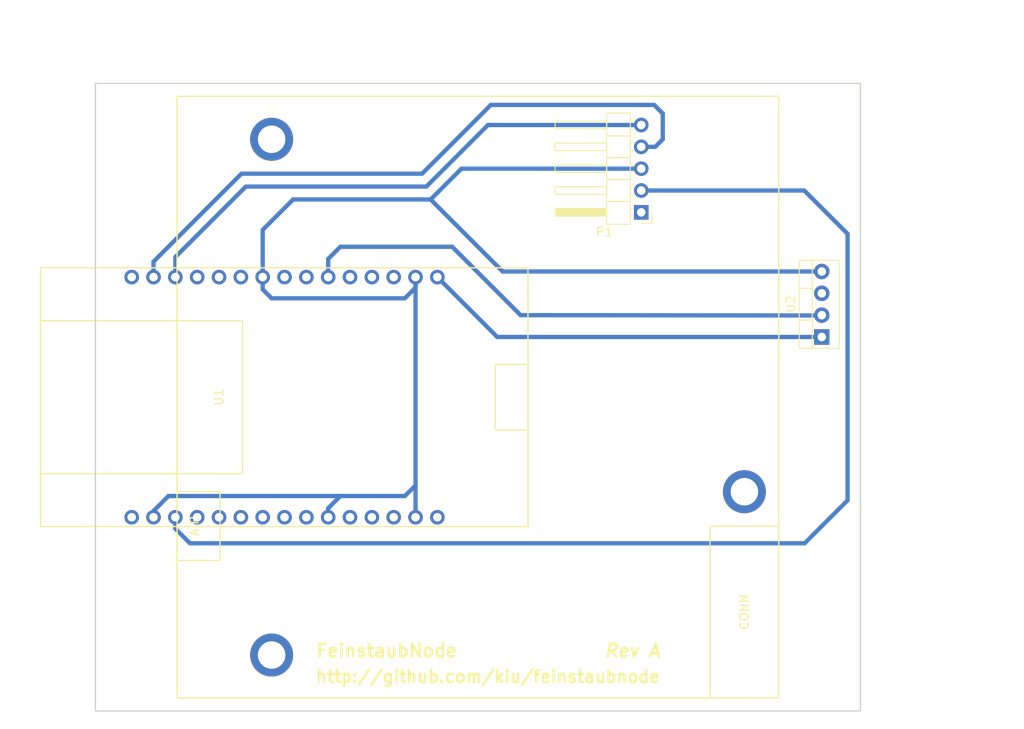
<source format=kicad_pcb>
(kicad_pcb (version 4) (host pcbnew 4.0.5)

  (general
    (links 11)
    (no_connects 0)
    (area 117.924999 46.424999 207.075001 119.575001)
    (thickness 1.6)
    (drawings 26)
    (tracks 49)
    (zones 0)
    (modules 8)
    (nets 7)
  )

  (page A4)
  (title_block
    (title FeinstaubNode)
    (date 2017-02-19)
    (rev A)
    (company kiu)
    (comment 1 http://github.com/kiu/feinstaubnode)
  )

  (layers
    (0 F.Cu signal)
    (31 B.Cu signal)
    (32 B.Adhes user)
    (33 F.Adhes user)
    (34 B.Paste user)
    (35 F.Paste user)
    (36 B.SilkS user)
    (37 F.SilkS user)
    (38 B.Mask user)
    (39 F.Mask user)
    (40 Dwgs.User user)
    (41 Cmts.User user)
    (42 Eco1.User user)
    (43 Eco2.User user)
    (44 Edge.Cuts user)
    (45 Margin user)
    (46 B.CrtYd user)
    (47 F.CrtYd user)
    (48 B.Fab user)
    (49 F.Fab user)
  )

  (setup
    (last_trace_width 0.5)
    (trace_clearance 0.4)
    (zone_clearance 0.508)
    (zone_45_only no)
    (trace_min 0.4)
    (segment_width 0.2)
    (edge_width 0.15)
    (via_size 0.6)
    (via_drill 0.4)
    (via_min_size 0.4)
    (via_min_drill 0.3)
    (uvia_size 0.3)
    (uvia_drill 0.1)
    (uvias_allowed no)
    (uvia_min_size 0.2)
    (uvia_min_drill 0.1)
    (pcb_text_width 0.3)
    (pcb_text_size 1.5 1.5)
    (mod_edge_width 0.15)
    (mod_text_size 1 1)
    (mod_text_width 0.15)
    (pad_size 5 5)
    (pad_drill 3.2)
    (pad_to_mask_clearance 0.2)
    (aux_axis_origin 162.5 83)
    (grid_origin 162.5 83)
    (visible_elements 7FFFFFFF)
    (pcbplotparams
      (layerselection 0x010f0_80000001)
      (usegerberextensions true)
      (excludeedgelayer true)
      (linewidth 0.200000)
      (plotframeref false)
      (viasonmask false)
      (mode 1)
      (useauxorigin false)
      (hpglpennumber 1)
      (hpglpenspeed 20)
      (hpglpendiameter 15)
      (hpglpenoverlay 2)
      (psnegative false)
      (psa4output false)
      (plotreference true)
      (plotvalue true)
      (plotinvisibletext false)
      (padsonsilk false)
      (subtractmaskfromsilk false)
      (outputformat 1)
      (mirror false)
      (drillshape 0)
      (scaleselection 1)
      (outputdirectory gerber/))
  )

  (net 0 "")
  (net 1 GND)
  (net 2 +5V)
  (net 3 SDSTX)
  (net 4 SDSRX)
  (net 5 +3V3)
  (net 6 DHTDATA)

  (net_class Default "Dies ist die voreingestellte Netzklasse."
    (clearance 0.4)
    (trace_width 0.5)
    (via_dia 0.6)
    (via_drill 0.4)
    (uvia_dia 0.3)
    (uvia_drill 0.1)
    (add_net DHTDATA)
    (add_net SDSRX)
    (add_net SDSTX)
  )

  (net_class PWR ""
    (clearance 0.4)
    (trace_width 0.5)
    (via_dia 0.6)
    (via_drill 0.4)
    (uvia_dia 0.3)
    (uvia_drill 0.1)
    (add_net +3V3)
    (add_net +5V)
    (add_net GND)
  )

  (module kiu:SDS011 (layer F.Cu) (tedit 58B189F3) (tstamp 58B0F599)
    (at 162.5 83 270)
    (fp_text reference REF** (at 0 -2 270) (layer F.SilkS) hide
      (effects (font (size 1 1) (thickness 0.15)))
    )
    (fp_text value SDS011 (at 0 2 270) (layer F.Fab)
      (effects (font (size 1 1) (thickness 0.15)))
    )
    (fp_line (start 35.4 -35.4) (end 35.4 35.4) (layer F.CrtYd) (width 0.15))
    (fp_line (start 35.4 35.4) (end -35.4 35.4) (layer F.CrtYd) (width 0.15))
    (fp_line (start -35.4 35.4) (end -35.4 -35.4) (layer F.CrtYd) (width 0.15))
    (fp_line (start -35.4 -35.4) (end 35.4 -35.4) (layer F.CrtYd) (width 0.15))
    (fp_line (start 35.2 -35.2) (end -35.2 -35.2) (layer F.Fab) (width 0.15))
    (fp_line (start -35.2 -35.2) (end -35.2 35.2) (layer F.Fab) (width 0.15))
    (fp_line (start -35.2 35.2) (end 35.2 35.2) (layer F.Fab) (width 0.15))
    (fp_line (start 35.2 35.2) (end 35.2 -35.2) (layer F.Fab) (width 0.15))
    (fp_text user CONN (at 25 -31 270) (layer F.SilkS)
      (effects (font (size 1 1) (thickness 0.15)))
    )
    (fp_text user AIR (at 15 33 270) (layer F.SilkS)
      (effects (font (size 1 1) (thickness 0.15)))
    )
    (fp_line (start 11 35) (end 11 30) (layer F.SilkS) (width 0.15))
    (fp_line (start 11 30) (end 19 30) (layer F.SilkS) (width 0.15))
    (fp_line (start 19 30) (end 19 35) (layer F.SilkS) (width 0.15))
    (fp_line (start 35 -27) (end 15 -27) (layer F.SilkS) (width 0.15))
    (fp_line (start 15 -27) (end 15 -35) (layer F.SilkS) (width 0.15))
    (fp_line (start -35 -35) (end 35 -35) (layer F.SilkS) (width 0.15))
    (fp_line (start 35 -35) (end 35 35) (layer F.SilkS) (width 0.15))
    (fp_line (start 35 35) (end -35 35) (layer F.SilkS) (width 0.15))
    (fp_line (start -35 35) (end -35 -35) (layer F.SilkS) (width 0.15))
    (pad "" np_thru_hole circle (at 11 -31 270) (size 5 5) (drill 3.2) (layers *.Cu *.Mask))
    (pad "" np_thru_hole circle (at 30 24 270) (size 5 5) (drill 3.2) (layers *.Cu *.Mask))
    (pad "" np_thru_hole circle (at -30 24 270) (size 5 5) (drill 3.2) (layers *.Cu *.Mask))
  )

  (module TO_SOT_Packages_THT:TO-220-4_Vertical (layer F.Cu) (tedit 58A217F3) (tstamp 58A8F393)
    (at 202.5 76 90)
    (descr "TO-220-4, Vertical, RM 2.54mm")
    (tags "TO-220-4 Vertical RM 2.54mm")
    (path /58A8EE44)
    (fp_text reference U2 (at 3.81 -3.62 90) (layer F.SilkS)
      (effects (font (size 1 1) (thickness 0.15)))
    )
    (fp_text value DHT22 (at 3.81 3.92 90) (layer F.Fab)
      (effects (font (size 1 1) (thickness 0.15)))
    )
    (fp_line (start -1.19 -2.5) (end -1.19 1.9) (layer F.Fab) (width 0.1))
    (fp_line (start -1.19 1.9) (end 8.81 1.9) (layer F.Fab) (width 0.1))
    (fp_line (start 8.81 1.9) (end 8.81 -2.5) (layer F.Fab) (width 0.1))
    (fp_line (start 8.81 -2.5) (end -1.19 -2.5) (layer F.Fab) (width 0.1))
    (fp_line (start -1.19 -1.23) (end 8.81 -1.23) (layer F.Fab) (width 0.1))
    (fp_line (start 1.96 -2.5) (end 1.96 -1.23) (layer F.Fab) (width 0.1))
    (fp_line (start 5.66 -2.5) (end 5.66 -1.23) (layer F.Fab) (width 0.1))
    (fp_line (start -1.31 -2.62) (end 8.93 -2.62) (layer F.SilkS) (width 0.12))
    (fp_line (start -1.31 2.021) (end 8.93 2.021) (layer F.SilkS) (width 0.12))
    (fp_line (start -1.31 -2.62) (end -1.31 2.021) (layer F.SilkS) (width 0.12))
    (fp_line (start 8.93 -2.62) (end 8.93 2.021) (layer F.SilkS) (width 0.12))
    (fp_line (start -1.31 -1.11) (end 8.93 -1.11) (layer F.SilkS) (width 0.12))
    (fp_line (start 1.96 -2.62) (end 1.96 -1.11) (layer F.SilkS) (width 0.12))
    (fp_line (start 5.66 -2.62) (end 5.66 -1.11) (layer F.SilkS) (width 0.12))
    (fp_line (start -1.44 -2.75) (end -1.44 2.16) (layer F.CrtYd) (width 0.05))
    (fp_line (start -1.44 2.16) (end 9.06 2.16) (layer F.CrtYd) (width 0.05))
    (fp_line (start 9.06 2.16) (end 9.06 -2.75) (layer F.CrtYd) (width 0.05))
    (fp_line (start 9.06 -2.75) (end -1.44 -2.75) (layer F.CrtYd) (width 0.05))
    (fp_text user %R (at 3.81 -3.62 90) (layer F.Fab)
      (effects (font (size 1 1) (thickness 0.15)))
    )
    (pad 1 thru_hole rect (at 0 0 90) (size 1.8 1.8) (drill 1) (layers *.Cu *.Mask)
      (net 5 +3V3))
    (pad 2 thru_hole oval (at 2.54 0 90) (size 1.8 1.8) (drill 1) (layers *.Cu *.Mask)
      (net 6 DHTDATA))
    (pad 3 thru_hole oval (at 5.08 0 90) (size 1.8 1.8) (drill 1) (layers *.Cu *.Mask))
    (pad 4 thru_hole oval (at 7.62 0 90) (size 1.8 1.8) (drill 1) (layers *.Cu *.Mask)
      (net 1 GND))
    (model TO_SOT_Packages_THT.3dshapes/TO-220-4_Vertical.wrl
      (at (xyz 0 0 0))
      (scale (xyz 0.393701 0.393701 0.393701))
      (rotate (xyz 0 0 0))
    )
  )

  (module Mounting_Holes:MountingHole_2.2mm_M2_ISO14580 (layer F.Cu) (tedit 58B189CE) (tstamp 58B0F6EA)
    (at 201 117)
    (descr "Mounting Hole 2.2mm, no annular, M2, ISO14580")
    (tags "mounting hole 2.2mm no annular m2 iso14580")
    (fp_text reference REF** (at 0 -2.9) (layer F.SilkS) hide
      (effects (font (size 1 1) (thickness 0.15)))
    )
    (fp_text value MountingHole_2.2mm_M2_ISO14580 (at 0 2.9) (layer F.Fab) hide
      (effects (font (size 1 1) (thickness 0.15)))
    )
    (fp_circle (center 0 0) (end 1.9 0) (layer Cmts.User) (width 0.15))
    (fp_circle (center 0 0) (end 2.15 0) (layer F.CrtYd) (width 0.05))
    (pad 1 np_thru_hole circle (at 0 0) (size 2.2 2.2) (drill 2.2) (layers *.Cu *.Mask))
  )

  (module Mounting_Holes:MountingHole_2.2mm_M2_ISO14580 (layer F.Cu) (tedit 58B189DB) (tstamp 58B0F6EF)
    (at 201 49)
    (descr "Mounting Hole 2.2mm, no annular, M2, ISO14580")
    (tags "mounting hole 2.2mm no annular m2 iso14580")
    (fp_text reference REF** (at 0 -2.9) (layer F.SilkS) hide
      (effects (font (size 1 1) (thickness 0.15)))
    )
    (fp_text value MountingHole_2.2mm_M2_ISO14580 (at 0 2.9) (layer F.Fab) hide
      (effects (font (size 1 1) (thickness 0.15)))
    )
    (fp_circle (center 0 0) (end 1.9 0) (layer Cmts.User) (width 0.15))
    (fp_circle (center 0 0) (end 2.15 0) (layer F.CrtYd) (width 0.05))
    (pad 1 np_thru_hole circle (at 0 0) (size 2.2 2.2) (drill 2.2) (layers *.Cu *.Mask))
  )

  (module Mounting_Holes:MountingHole_2.2mm_M2_ISO14580 (layer F.Cu) (tedit 58B189E8) (tstamp 58B0F79B)
    (at 124 49)
    (descr "Mounting Hole 2.2mm, no annular, M2, ISO14580")
    (tags "mounting hole 2.2mm no annular m2 iso14580")
    (fp_text reference REF** (at 0 -2.9) (layer F.SilkS) hide
      (effects (font (size 1 1) (thickness 0.15)))
    )
    (fp_text value MountingHole_2.2mm_M2_ISO14580 (at 0 2.9) (layer F.Fab) hide
      (effects (font (size 1 1) (thickness 0.15)))
    )
    (fp_circle (center 0 0) (end 1.9 0) (layer Cmts.User) (width 0.15))
    (fp_circle (center 0 0) (end 2.15 0) (layer F.CrtYd) (width 0.05))
    (pad 1 np_thru_hole circle (at 0 0) (size 2.2 2.2) (drill 2.2) (layers *.Cu *.Mask))
  )

  (module Mounting_Holes:MountingHole_2.2mm_M2_ISO14580 (layer F.Cu) (tedit 58B189BF) (tstamp 58B0F79E)
    (at 124 117)
    (descr "Mounting Hole 2.2mm, no annular, M2, ISO14580")
    (tags "mounting hole 2.2mm no annular m2 iso14580")
    (fp_text reference REF** (at 0 -2.9) (layer F.SilkS) hide
      (effects (font (size 1 1) (thickness 0.15)))
    )
    (fp_text value MountingHole_2.2mm_M2_ISO14580 (at 0 2.9) (layer F.Fab) hide
      (effects (font (size 1 1) (thickness 0.15)))
    )
    (fp_circle (center 0 0) (end 1.9 0) (layer Cmts.User) (width 0.15))
    (fp_circle (center 0 0) (end 2.15 0) (layer F.CrtYd) (width 0.05))
    (pad 1 np_thru_hole circle (at 0 0) (size 2.2 2.2) (drill 2.2) (layers *.Cu *.Mask))
  )

  (module Pin_Headers:Pin_Header_Angled_1x05_Pitch2.54mm (layer F.Cu) (tedit 5862ED52) (tstamp 58B176CD)
    (at 181.5 61.5 180)
    (descr "Through hole angled pin header, 1x05, 2.54mm pitch, 6mm pin length, single row")
    (tags "Through hole angled pin header THT 1x05 2.54mm single row")
    (path /58A8506E)
    (fp_text reference P1 (at 4.315 -2.27 180) (layer F.SilkS)
      (effects (font (size 1 1) (thickness 0.15)))
    )
    (fp_text value SDS011 (at 4.315 12.43 180) (layer F.Fab)
      (effects (font (size 1 1) (thickness 0.15)))
    )
    (fp_line (start 1.4 -1.27) (end 1.4 1.27) (layer F.Fab) (width 0.1))
    (fp_line (start 1.4 1.27) (end 3.9 1.27) (layer F.Fab) (width 0.1))
    (fp_line (start 3.9 1.27) (end 3.9 -1.27) (layer F.Fab) (width 0.1))
    (fp_line (start 3.9 -1.27) (end 1.4 -1.27) (layer F.Fab) (width 0.1))
    (fp_line (start 0 -0.32) (end 0 0.32) (layer F.Fab) (width 0.1))
    (fp_line (start 0 0.32) (end 9.9 0.32) (layer F.Fab) (width 0.1))
    (fp_line (start 9.9 0.32) (end 9.9 -0.32) (layer F.Fab) (width 0.1))
    (fp_line (start 9.9 -0.32) (end 0 -0.32) (layer F.Fab) (width 0.1))
    (fp_line (start 1.4 1.27) (end 1.4 3.81) (layer F.Fab) (width 0.1))
    (fp_line (start 1.4 3.81) (end 3.9 3.81) (layer F.Fab) (width 0.1))
    (fp_line (start 3.9 3.81) (end 3.9 1.27) (layer F.Fab) (width 0.1))
    (fp_line (start 3.9 1.27) (end 1.4 1.27) (layer F.Fab) (width 0.1))
    (fp_line (start 0 2.22) (end 0 2.86) (layer F.Fab) (width 0.1))
    (fp_line (start 0 2.86) (end 9.9 2.86) (layer F.Fab) (width 0.1))
    (fp_line (start 9.9 2.86) (end 9.9 2.22) (layer F.Fab) (width 0.1))
    (fp_line (start 9.9 2.22) (end 0 2.22) (layer F.Fab) (width 0.1))
    (fp_line (start 1.4 3.81) (end 1.4 6.35) (layer F.Fab) (width 0.1))
    (fp_line (start 1.4 6.35) (end 3.9 6.35) (layer F.Fab) (width 0.1))
    (fp_line (start 3.9 6.35) (end 3.9 3.81) (layer F.Fab) (width 0.1))
    (fp_line (start 3.9 3.81) (end 1.4 3.81) (layer F.Fab) (width 0.1))
    (fp_line (start 0 4.76) (end 0 5.4) (layer F.Fab) (width 0.1))
    (fp_line (start 0 5.4) (end 9.9 5.4) (layer F.Fab) (width 0.1))
    (fp_line (start 9.9 5.4) (end 9.9 4.76) (layer F.Fab) (width 0.1))
    (fp_line (start 9.9 4.76) (end 0 4.76) (layer F.Fab) (width 0.1))
    (fp_line (start 1.4 6.35) (end 1.4 8.89) (layer F.Fab) (width 0.1))
    (fp_line (start 1.4 8.89) (end 3.9 8.89) (layer F.Fab) (width 0.1))
    (fp_line (start 3.9 8.89) (end 3.9 6.35) (layer F.Fab) (width 0.1))
    (fp_line (start 3.9 6.35) (end 1.4 6.35) (layer F.Fab) (width 0.1))
    (fp_line (start 0 7.3) (end 0 7.94) (layer F.Fab) (width 0.1))
    (fp_line (start 0 7.94) (end 9.9 7.94) (layer F.Fab) (width 0.1))
    (fp_line (start 9.9 7.94) (end 9.9 7.3) (layer F.Fab) (width 0.1))
    (fp_line (start 9.9 7.3) (end 0 7.3) (layer F.Fab) (width 0.1))
    (fp_line (start 1.4 8.89) (end 1.4 11.43) (layer F.Fab) (width 0.1))
    (fp_line (start 1.4 11.43) (end 3.9 11.43) (layer F.Fab) (width 0.1))
    (fp_line (start 3.9 11.43) (end 3.9 8.89) (layer F.Fab) (width 0.1))
    (fp_line (start 3.9 8.89) (end 1.4 8.89) (layer F.Fab) (width 0.1))
    (fp_line (start 0 9.84) (end 0 10.48) (layer F.Fab) (width 0.1))
    (fp_line (start 0 10.48) (end 9.9 10.48) (layer F.Fab) (width 0.1))
    (fp_line (start 9.9 10.48) (end 9.9 9.84) (layer F.Fab) (width 0.1))
    (fp_line (start 9.9 9.84) (end 0 9.84) (layer F.Fab) (width 0.1))
    (fp_line (start 1.28 -1.39) (end 1.28 1.27) (layer F.SilkS) (width 0.12))
    (fp_line (start 1.28 1.27) (end 4.02 1.27) (layer F.SilkS) (width 0.12))
    (fp_line (start 4.02 1.27) (end 4.02 -1.39) (layer F.SilkS) (width 0.12))
    (fp_line (start 4.02 -1.39) (end 1.28 -1.39) (layer F.SilkS) (width 0.12))
    (fp_line (start 4.02 -0.44) (end 4.02 0.44) (layer F.SilkS) (width 0.12))
    (fp_line (start 4.02 0.44) (end 10.02 0.44) (layer F.SilkS) (width 0.12))
    (fp_line (start 10.02 0.44) (end 10.02 -0.44) (layer F.SilkS) (width 0.12))
    (fp_line (start 10.02 -0.44) (end 4.02 -0.44) (layer F.SilkS) (width 0.12))
    (fp_line (start 0.97 -0.44) (end 1.28 -0.44) (layer F.SilkS) (width 0.12))
    (fp_line (start 0.97 0.44) (end 1.28 0.44) (layer F.SilkS) (width 0.12))
    (fp_line (start 4.02 -0.32) (end 10.02 -0.32) (layer F.SilkS) (width 0.12))
    (fp_line (start 4.02 -0.2) (end 10.02 -0.2) (layer F.SilkS) (width 0.12))
    (fp_line (start 4.02 -0.08) (end 10.02 -0.08) (layer F.SilkS) (width 0.12))
    (fp_line (start 4.02 0.04) (end 10.02 0.04) (layer F.SilkS) (width 0.12))
    (fp_line (start 4.02 0.16) (end 10.02 0.16) (layer F.SilkS) (width 0.12))
    (fp_line (start 4.02 0.28) (end 10.02 0.28) (layer F.SilkS) (width 0.12))
    (fp_line (start 4.02 0.4) (end 10.02 0.4) (layer F.SilkS) (width 0.12))
    (fp_line (start 1.28 1.27) (end 1.28 3.81) (layer F.SilkS) (width 0.12))
    (fp_line (start 1.28 3.81) (end 4.02 3.81) (layer F.SilkS) (width 0.12))
    (fp_line (start 4.02 3.81) (end 4.02 1.27) (layer F.SilkS) (width 0.12))
    (fp_line (start 4.02 1.27) (end 1.28 1.27) (layer F.SilkS) (width 0.12))
    (fp_line (start 4.02 2.1) (end 4.02 2.98) (layer F.SilkS) (width 0.12))
    (fp_line (start 4.02 2.98) (end 10.02 2.98) (layer F.SilkS) (width 0.12))
    (fp_line (start 10.02 2.98) (end 10.02 2.1) (layer F.SilkS) (width 0.12))
    (fp_line (start 10.02 2.1) (end 4.02 2.1) (layer F.SilkS) (width 0.12))
    (fp_line (start 0.97 2.1) (end 1.28 2.1) (layer F.SilkS) (width 0.12))
    (fp_line (start 0.97 2.98) (end 1.28 2.98) (layer F.SilkS) (width 0.12))
    (fp_line (start 1.28 3.81) (end 1.28 6.35) (layer F.SilkS) (width 0.12))
    (fp_line (start 1.28 6.35) (end 4.02 6.35) (layer F.SilkS) (width 0.12))
    (fp_line (start 4.02 6.35) (end 4.02 3.81) (layer F.SilkS) (width 0.12))
    (fp_line (start 4.02 3.81) (end 1.28 3.81) (layer F.SilkS) (width 0.12))
    (fp_line (start 4.02 4.64) (end 4.02 5.52) (layer F.SilkS) (width 0.12))
    (fp_line (start 4.02 5.52) (end 10.02 5.52) (layer F.SilkS) (width 0.12))
    (fp_line (start 10.02 5.52) (end 10.02 4.64) (layer F.SilkS) (width 0.12))
    (fp_line (start 10.02 4.64) (end 4.02 4.64) (layer F.SilkS) (width 0.12))
    (fp_line (start 0.97 4.64) (end 1.28 4.64) (layer F.SilkS) (width 0.12))
    (fp_line (start 0.97 5.52) (end 1.28 5.52) (layer F.SilkS) (width 0.12))
    (fp_line (start 1.28 6.35) (end 1.28 8.89) (layer F.SilkS) (width 0.12))
    (fp_line (start 1.28 8.89) (end 4.02 8.89) (layer F.SilkS) (width 0.12))
    (fp_line (start 4.02 8.89) (end 4.02 6.35) (layer F.SilkS) (width 0.12))
    (fp_line (start 4.02 6.35) (end 1.28 6.35) (layer F.SilkS) (width 0.12))
    (fp_line (start 4.02 7.18) (end 4.02 8.06) (layer F.SilkS) (width 0.12))
    (fp_line (start 4.02 8.06) (end 10.02 8.06) (layer F.SilkS) (width 0.12))
    (fp_line (start 10.02 8.06) (end 10.02 7.18) (layer F.SilkS) (width 0.12))
    (fp_line (start 10.02 7.18) (end 4.02 7.18) (layer F.SilkS) (width 0.12))
    (fp_line (start 0.97 7.18) (end 1.28 7.18) (layer F.SilkS) (width 0.12))
    (fp_line (start 0.97 8.06) (end 1.28 8.06) (layer F.SilkS) (width 0.12))
    (fp_line (start 1.28 8.89) (end 1.28 11.55) (layer F.SilkS) (width 0.12))
    (fp_line (start 1.28 11.55) (end 4.02 11.55) (layer F.SilkS) (width 0.12))
    (fp_line (start 4.02 11.55) (end 4.02 8.89) (layer F.SilkS) (width 0.12))
    (fp_line (start 4.02 8.89) (end 1.28 8.89) (layer F.SilkS) (width 0.12))
    (fp_line (start 4.02 9.72) (end 4.02 10.6) (layer F.SilkS) (width 0.12))
    (fp_line (start 4.02 10.6) (end 10.02 10.6) (layer F.SilkS) (width 0.12))
    (fp_line (start 10.02 10.6) (end 10.02 9.72) (layer F.SilkS) (width 0.12))
    (fp_line (start 10.02 9.72) (end 4.02 9.72) (layer F.SilkS) (width 0.12))
    (fp_line (start 0.97 9.72) (end 1.28 9.72) (layer F.SilkS) (width 0.12))
    (fp_line (start 0.97 10.6) (end 1.28 10.6) (layer F.SilkS) (width 0.12))
    (fp_line (start -1.27 0) (end -1.27 -1.27) (layer F.SilkS) (width 0.12))
    (fp_line (start -1.27 -1.27) (end 0 -1.27) (layer F.SilkS) (width 0.12))
    (fp_line (start -1.6 -1.6) (end -1.6 11.7) (layer F.CrtYd) (width 0.05))
    (fp_line (start -1.6 11.7) (end 10.2 11.7) (layer F.CrtYd) (width 0.05))
    (fp_line (start 10.2 11.7) (end 10.2 -1.6) (layer F.CrtYd) (width 0.05))
    (fp_line (start 10.2 -1.6) (end -1.6 -1.6) (layer F.CrtYd) (width 0.05))
    (pad 1 thru_hole rect (at 0 0 180) (size 1.7 1.7) (drill 1) (layers *.Cu *.Mask))
    (pad 2 thru_hole oval (at 0 2.54 180) (size 1.7 1.7) (drill 1) (layers *.Cu *.Mask)
      (net 2 +5V))
    (pad 3 thru_hole oval (at 0 5.08 180) (size 1.7 1.7) (drill 1) (layers *.Cu *.Mask)
      (net 1 GND))
    (pad 4 thru_hole oval (at 0 7.62 180) (size 1.7 1.7) (drill 1) (layers *.Cu *.Mask)
      (net 3 SDSTX))
    (pad 5 thru_hole oval (at 0 10.16 180) (size 1.7 1.7) (drill 1) (layers *.Cu *.Mask)
      (net 4 SDSRX))
    (model Pin_Headers.3dshapes/Pin_Header_Angled_1x05_Pitch2.54mm.wrl
      (at (xyz 0 -0.2 0))
      (scale (xyz 1 1 1))
      (rotate (xyz 0 0 90))
    )
  )

  (module kiu:NodeMCUV3-NoHoles (layer F.Cu) (tedit 58B171CA) (tstamp 58B176D5)
    (at 140 83 90)
    (path /58A865C4)
    (fp_text reference U1 (at 0 -7.62 90) (layer F.SilkS)
      (effects (font (size 1 1) (thickness 0.15)))
    )
    (fp_text value NodeMCUV3 (at 0 -12.7 90) (layer F.Fab)
      (effects (font (size 1 1) (thickness 0.15)))
    )
    (fp_line (start -15.4305 -28.7655) (end -15.4305 28.702) (layer F.CrtYd) (width 0.15))
    (fp_line (start -15.4305 28.702) (end 15.4305 28.702) (layer F.CrtYd) (width 0.15))
    (fp_line (start 15.4305 28.702) (end 15.4305 -28.7655) (layer F.CrtYd) (width 0.15))
    (fp_line (start 15.4305 -28.7655) (end -15.4305 -28.7655) (layer F.CrtYd) (width 0.15))
    (fp_line (start -15.24 28.5115) (end 15.24 28.5115) (layer F.Fab) (width 0.15))
    (fp_line (start 15.24 28.5115) (end 15.24 -28.575) (layer F.Fab) (width 0.15))
    (fp_line (start 15.24 -28.575) (end -15.24 -28.575) (layer F.Fab) (width 0.15))
    (fp_line (start -15.24 -28.575) (end -15.24 28.5115) (layer F.Fab) (width 0.15))
    (fp_line (start 3.81 24.511) (end 3.81 28.321) (layer F.SilkS) (width 0.15))
    (fp_line (start -3.81 24.511) (end -3.81 28.321) (layer F.SilkS) (width 0.15))
    (fp_line (start -8.89 -4.8895) (end 8.89 -4.8895) (layer F.SilkS) (width 0.15))
    (fp_line (start -15.0495 -28.3845) (end 15.0495 -28.3845) (layer F.SilkS) (width 0.15))
    (fp_line (start -15.0495 28.321) (end 15.0495 28.321) (layer F.SilkS) (width 0.15))
    (fp_line (start 15.0495 28.321) (end 15.0495 -28.3845) (layer F.SilkS) (width 0.15))
    (fp_line (start -15.0495 -28.3845) (end -15.0495 28.321) (layer F.SilkS) (width 0.15))
    (fp_line (start -3.81 24.511) (end 3.81 24.511) (layer F.SilkS) (width 0.15))
    (fp_line (start 8.89 -4.8895) (end 8.89 -28.3845) (layer F.SilkS) (width 0.15))
    (fp_line (start -8.89 -28.3845) (end -8.89 -4.8895) (layer F.SilkS) (width 0.15))
    (pad 1 thru_hole circle (at -13.97 -17.78 90) (size 1.7 1.7) (drill 1) (layers *.Cu *.Mask))
    (pad 2 thru_hole circle (at -13.97 -15.24 90) (size 1.7 1.7) (drill 1) (layers *.Cu *.Mask)
      (net 1 GND))
    (pad 3 thru_hole circle (at -13.97 -12.7 90) (size 1.7 1.7) (drill 1) (layers *.Cu *.Mask)
      (net 2 +5V))
    (pad 4 thru_hole circle (at -13.97 -10.16 90) (size 1.7 1.7) (drill 1) (layers *.Cu *.Mask))
    (pad 5 thru_hole circle (at -13.97 -7.62 90) (size 1.7 1.7) (drill 1) (layers *.Cu *.Mask))
    (pad 6 thru_hole circle (at -13.97 -5.08 90) (size 1.7 1.7) (drill 1) (layers *.Cu *.Mask))
    (pad 7 thru_hole circle (at -13.97 -2.54 90) (size 1.7 1.7) (drill 1) (layers *.Cu *.Mask))
    (pad 8 thru_hole circle (at -13.97 0 90) (size 1.7 1.7) (drill 1) (layers *.Cu *.Mask))
    (pad 9 thru_hole circle (at -13.97 2.54 90) (size 1.7 1.7) (drill 1) (layers *.Cu *.Mask))
    (pad 10 thru_hole circle (at -13.97 5.08 90) (size 1.7 1.7) (drill 1) (layers *.Cu *.Mask)
      (net 1 GND))
    (pad 11 thru_hole circle (at -13.97 7.62 90) (size 1.7 1.7) (drill 1) (layers *.Cu *.Mask))
    (pad 12 thru_hole circle (at -13.97 10.16 90) (size 1.7 1.7) (drill 1) (layers *.Cu *.Mask))
    (pad 13 thru_hole circle (at -13.97 12.7 90) (size 1.7 1.7) (drill 1) (layers *.Cu *.Mask))
    (pad 14 thru_hole circle (at -13.97 15.24 90) (size 1.7 1.7) (drill 1) (layers *.Cu *.Mask)
      (net 1 GND))
    (pad 15 thru_hole circle (at -13.97 17.78 90) (size 1.7 1.7) (drill 1) (layers *.Cu *.Mask))
    (pad 16 thru_hole circle (at 13.97 17.78 90) (size 1.7 1.7) (drill 1) (layers *.Cu *.Mask)
      (net 5 +3V3))
    (pad 17 thru_hole circle (at 13.97 15.24 90) (size 1.7 1.7) (drill 1) (layers *.Cu *.Mask)
      (net 1 GND))
    (pad 18 thru_hole circle (at 13.97 12.7 90) (size 1.7 1.7) (drill 1) (layers *.Cu *.Mask))
    (pad 19 thru_hole circle (at 13.97 10.16 90) (size 1.7 1.7) (drill 1) (layers *.Cu *.Mask))
    (pad 20 thru_hole circle (at 13.97 7.62 90) (size 1.7 1.7) (drill 1) (layers *.Cu *.Mask))
    (pad 21 thru_hole circle (at 13.97 5.08 90) (size 1.7 1.7) (drill 1) (layers *.Cu *.Mask)
      (net 6 DHTDATA))
    (pad 22 thru_hole circle (at 13.97 2.54 90) (size 1.7 1.7) (drill 1) (layers *.Cu *.Mask))
    (pad 23 thru_hole circle (at 13.97 0 90) (size 1.7 1.7) (drill 1) (layers *.Cu *.Mask))
    (pad 24 thru_hole circle (at 13.97 -2.54 90) (size 1.7 1.7) (drill 1) (layers *.Cu *.Mask)
      (net 1 GND))
    (pad 25 thru_hole circle (at 13.97 -5.08 90) (size 1.7 1.7) (drill 1) (layers *.Cu *.Mask))
    (pad 26 thru_hole circle (at 13.97 -7.62 90) (size 1.7 1.7) (drill 1) (layers *.Cu *.Mask))
    (pad 27 thru_hole circle (at 13.97 -10.16 90) (size 1.7 1.7) (drill 1) (layers *.Cu *.Mask))
    (pad 28 thru_hole circle (at 13.97 -12.7 90) (size 1.7 1.7) (drill 1) (layers *.Cu *.Mask)
      (net 4 SDSRX))
    (pad 29 thru_hole circle (at 13.97 -15.24 90) (size 1.7 1.7) (drill 1) (layers *.Cu *.Mask)
      (net 3 SDSTX))
    (pad 30 thru_hole circle (at 13.97 -17.78 90) (size 1.7 1.7) (drill 1) (layers *.Cu *.Mask))
  )

  (dimension 73 (width 0.3) (layer Eco1.User)
    (gr_text "73,000 mm" (at 223.35 83 270) (layer Eco1.User)
      (effects (font (size 1.5 1.5) (thickness 0.3)))
    )
    (feature1 (pts (xy 207 119.5) (xy 224.7 119.5)))
    (feature2 (pts (xy 207 46.5) (xy 224.7 46.5)))
    (crossbar (pts (xy 222 46.5) (xy 222 119.5)))
    (arrow1a (pts (xy 222 119.5) (xy 221.413579 118.373496)))
    (arrow1b (pts (xy 222 119.5) (xy 222.586421 118.373496)))
    (arrow2a (pts (xy 222 46.5) (xy 221.413579 47.626504)))
    (arrow2b (pts (xy 222 46.5) (xy 222.586421 47.626504)))
  )
  (dimension 89 (width 0.3) (layer Eco1.User)
    (gr_text "89,000 mm" (at 162.5 38.65) (layer Eco1.User)
      (effects (font (size 1.5 1.5) (thickness 0.3)))
    )
    (feature1 (pts (xy 207 46.5) (xy 207 37.3)))
    (feature2 (pts (xy 118 46.5) (xy 118 37.3)))
    (crossbar (pts (xy 118 40) (xy 207 40)))
    (arrow1a (pts (xy 207 40) (xy 205.873496 40.586421)))
    (arrow1b (pts (xy 207 40) (xy 205.873496 39.413579)))
    (arrow2a (pts (xy 118 40) (xy 119.126504 40.586421)))
    (arrow2b (pts (xy 118 40) (xy 119.126504 39.413579)))
  )
  (gr_line (start 207 46.5) (end 118 46.5) (angle 90) (layer Edge.Cuts) (width 0.15))
  (gr_line (start 207 119.5) (end 207 46.5) (angle 90) (layer Edge.Cuts) (width 0.15))
  (gr_line (start 118 119.5) (end 207 119.5) (angle 90) (layer Edge.Cuts) (width 0.15))
  (gr_line (start 118 46.5) (end 118 119.5) (angle 90) (layer Edge.Cuts) (width 0.15))
  (gr_line (start 116 62) (end 116 44.5) (angle 90) (layer Eco1.User) (width 0.2))
  (gr_line (start 209 62) (end 209 44.5) (angle 90) (layer Eco1.User) (width 0.2))
  (gr_line (start 209 104) (end 209 121.5) (angle 90) (layer Eco1.User) (width 0.2))
  (gr_line (start 116 104) (end 116 121.5) (angle 90) (layer Eco1.User) (width 0.2))
  (gr_text FeinstaubNode (at 143.5 112.5) (layer F.SilkS)
    (effects (font (size 1.5 1.5) (thickness 0.3)) (justify left))
  )
  (gr_line (start 209 62) (end 218 62) (angle 90) (layer Eco1.User) (width 0.2))
  (gr_line (start 209 44.5) (end 190 44.5) (angle 90) (layer Eco1.User) (width 0.2))
  (gr_line (start 209 104) (end 218 104) (angle 90) (layer Eco1.User) (width 0.2))
  (gr_line (start 209 121.5) (end 190 121.5) (angle 90) (layer Eco1.User) (width 0.2))
  (gr_line (start 199 83) (end 218 83) (angle 90) (layer Eco1.User) (width 0.2))
  (gr_line (start 218 104) (end 218 62) (angle 90) (layer Eco1.User) (width 0.2))
  (gr_line (start 162.5 44.5) (end 162.5 121.5) (angle 90) (layer Eco1.User) (width 0.2))
  (gr_line (start 107 83) (end 199 83) (angle 90) (layer Eco1.User) (width 0.2))
  (gr_line (start 116 121.5) (end 190 121.5) (angle 90) (layer Eco1.User) (width 0.2))
  (gr_line (start 116 44.5) (end 190 44.5) (angle 90) (layer Eco1.User) (width 0.2))
  (gr_line (start 107 62) (end 107 104) (angle 90) (layer Eco1.User) (width 0.2))
  (gr_line (start 116 104) (end 107 104) (angle 90) (layer Eco1.User) (width 0.2))
  (gr_line (start 116 62) (end 107 62) (angle 90) (layer Eco1.User) (width 0.2))
  (gr_text "Rev A" (at 180.5 112.5) (layer F.SilkS)
    (effects (font (size 1.5 1.5) (thickness 0.3) italic))
  )
  (gr_text http://github.com/kiu/feinstaubnode (at 143.5 115.5) (layer F.SilkS)
    (effects (font (size 1.4 1.4) (thickness 0.3)) (justify left))
  )

  (segment (start 202.5 68.38) (end 165.38 68.38) (width 0.5) (layer B.Cu) (net 1))
  (segment (start 165.38 68.38) (end 157 60) (width 0.5) (layer B.Cu) (net 1) (tstamp 58B186C1))
  (segment (start 146.5 94.5) (end 126.5 94.5) (width 0.5) (layer B.Cu) (net 1))
  (segment (start 126.5 94.5) (end 124.76 96.24) (width 0.5) (layer B.Cu) (net 1) (tstamp 58B18346))
  (segment (start 124.76 96.24) (end 124.76 96.97) (width 0.5) (layer B.Cu) (net 1) (tstamp 58B1834E))
  (segment (start 145.08 96.97) (end 145.08 95.92) (width 0.5) (layer B.Cu) (net 1))
  (segment (start 154 94.5) (end 155.24 93.26) (width 0.5) (layer B.Cu) (net 1) (tstamp 58B18343))
  (segment (start 146.5 94.5) (end 154 94.5) (width 0.5) (layer B.Cu) (net 1) (tstamp 58B18340))
  (segment (start 145.08 95.92) (end 146.5 94.5) (width 0.5) (layer B.Cu) (net 1) (tstamp 58B1833D))
  (segment (start 155.24 69.03) (end 155.24 70.26) (width 0.5) (layer B.Cu) (net 1))
  (segment (start 137.46 70.46) (end 137.46 69.03) (width 0.5) (layer B.Cu) (net 1) (tstamp 58B1830F))
  (segment (start 138.5 71.5) (end 137.46 70.46) (width 0.5) (layer B.Cu) (net 1) (tstamp 58B1830B))
  (segment (start 154 71.5) (end 138.5 71.5) (width 0.5) (layer B.Cu) (net 1) (tstamp 58B18309))
  (segment (start 155.24 70.26) (end 154 71.5) (width 0.5) (layer B.Cu) (net 1) (tstamp 58B18304))
  (segment (start 181.5 56.42) (end 160.58 56.42) (width 0.5) (layer B.Cu) (net 1))
  (segment (start 160.58 56.42) (end 157 60) (width 0.5) (layer B.Cu) (net 1) (tstamp 58B18234))
  (segment (start 157 60) (end 141 60) (width 0.5) (layer B.Cu) (net 1) (tstamp 58B1823D))
  (segment (start 141 60) (end 137.46 63.54) (width 0.5) (layer B.Cu) (net 1) (tstamp 58B18243))
  (segment (start 137.46 63.54) (end 137.46 69.03) (width 0.5) (layer B.Cu) (net 1) (tstamp 58B18247))
  (segment (start 155.24 69.03) (end 155.24 93.26) (width 0.5) (layer B.Cu) (net 1))
  (segment (start 155.24 93.26) (end 155.24 96.97) (width 0.5) (layer B.Cu) (net 1) (tstamp 58B18338))
  (segment (start 127.3 96.97) (end 127.3 98.3) (width 0.5) (layer B.Cu) (net 2))
  (segment (start 200.46 58.96) (end 181.5 58.96) (width 0.5) (layer B.Cu) (net 2) (tstamp 58B183E4))
  (segment (start 205.5 64) (end 200.46 58.96) (width 0.5) (layer B.Cu) (net 2) (tstamp 58B183DA))
  (segment (start 205.5 95) (end 205.5 64) (width 0.5) (layer B.Cu) (net 2) (tstamp 58B183CF))
  (segment (start 200.5 100) (end 205.5 95) (width 0.5) (layer B.Cu) (net 2) (tstamp 58B183CB))
  (segment (start 129 100) (end 200.5 100) (width 0.5) (layer B.Cu) (net 2) (tstamp 58B183C5))
  (segment (start 127.3 98.3) (end 129 100) (width 0.5) (layer B.Cu) (net 2) (tstamp 58B183C2))
  (segment (start 181.5 53.88) (end 183.12 53.88) (width 0.5) (layer B.Cu) (net 3))
  (segment (start 124.76 67.24) (end 124.76 69.03) (width 0.5) (layer B.Cu) (net 3) (tstamp 58B182A5))
  (segment (start 135 57) (end 124.76 67.24) (width 0.5) (layer B.Cu) (net 3) (tstamp 58B182A2))
  (segment (start 156 57) (end 135 57) (width 0.5) (layer B.Cu) (net 3) (tstamp 58B1829C))
  (segment (start 164 49) (end 156 57) (width 0.5) (layer B.Cu) (net 3) (tstamp 58B18298))
  (segment (start 183 49) (end 164 49) (width 0.5) (layer B.Cu) (net 3) (tstamp 58B18293))
  (segment (start 184 50) (end 183 49) (width 0.5) (layer B.Cu) (net 3) (tstamp 58B18290))
  (segment (start 184 53) (end 184 50) (width 0.5) (layer B.Cu) (net 3) (tstamp 58B1828E))
  (segment (start 183.12 53.88) (end 184 53) (width 0.5) (layer B.Cu) (net 3) (tstamp 58B1828B))
  (segment (start 181.5 51.34) (end 163.66 51.34) (width 0.5) (layer B.Cu) (net 4))
  (segment (start 127.3 66.7) (end 127.3 69.03) (width 0.5) (layer B.Cu) (net 4) (tstamp 58B18286))
  (segment (start 135.5 58.5) (end 127.3 66.7) (width 0.5) (layer B.Cu) (net 4) (tstamp 58B18283))
  (segment (start 156.5 58.5) (end 135.5 58.5) (width 0.5) (layer B.Cu) (net 4) (tstamp 58B18281))
  (segment (start 163.66 51.34) (end 156.5 58.5) (width 0.5) (layer B.Cu) (net 4) (tstamp 58B1827A))
  (segment (start 202.5 76) (end 164.75 76) (width 0.5) (layer B.Cu) (net 5))
  (segment (start 164.75 76) (end 157.78 69.03) (width 0.5) (layer B.Cu) (net 5) (tstamp 58B17EE2))
  (segment (start 202.5 73.5) (end 167.46 73.46) (width 0.5) (layer B.Cu) (net 6))
  (segment (start 145.08 66.92) (end 145.08 69.03) (width 0.5) (layer B.Cu) (net 6) (tstamp 58B17EF1))
  (segment (start 146.5 65.5) (end 145.08 66.92) (width 0.5) (layer B.Cu) (net 6) (tstamp 58B17EEE))
  (segment (start 159.5 65.5) (end 146.5 65.5) (width 0.5) (layer B.Cu) (net 6) (tstamp 58B17EEC))
  (segment (start 167.46 73.46) (end 159.5 65.5) (width 0.5) (layer B.Cu) (net 6) (tstamp 58B17EE8))

)

</source>
